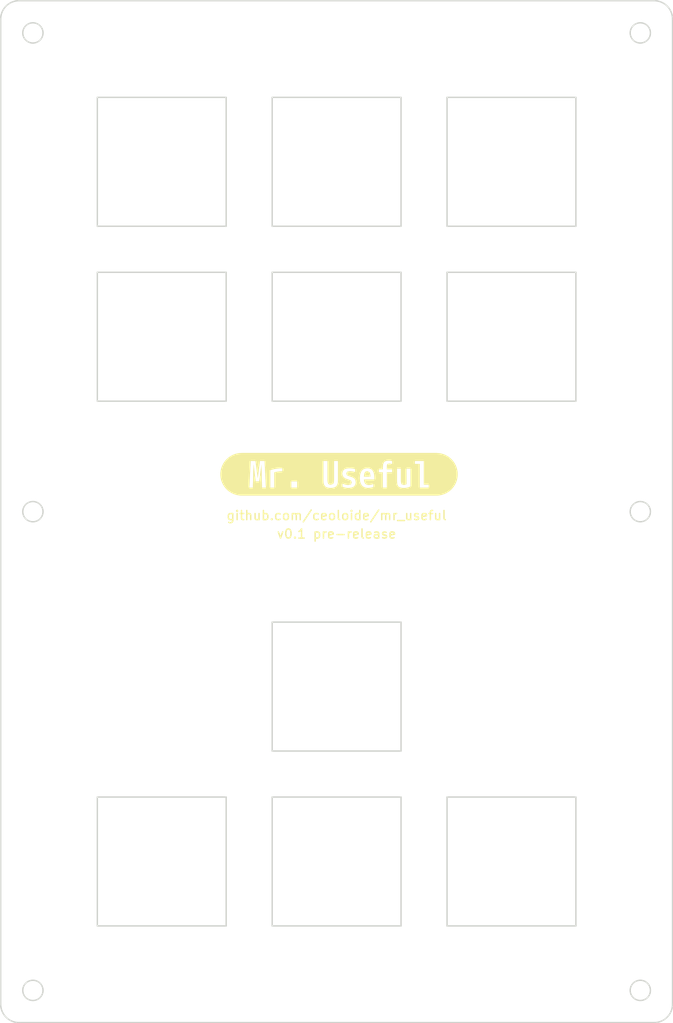
<source format=kicad_pcb>


(kicad_pcb
  (version 20240108)
  (generator "ergogen")
  (generator_version "4.1.0")
  (general
    (thickness 1.6)
    (legacy_teardrops no)
  )
  (paper "A3")
  (title_block
    (title "front_plate")
    (date "2024-11-14")
    (rev "0.1")
    (company "ceoloide")
  )

  (layers
    (0 "F.Cu" signal)
    (31 "B.Cu" signal)
    (32 "B.Adhes" user "B.Adhesive")
    (33 "F.Adhes" user "F.Adhesive")
    (34 "B.Paste" user)
    (35 "F.Paste" user)
    (36 "B.SilkS" user "B.Silkscreen")
    (37 "F.SilkS" user "F.Silkscreen")
    (38 "B.Mask" user)
    (39 "F.Mask" user)
    (40 "Dwgs.User" user "User.Drawings")
    (41 "Cmts.User" user "User.Comments")
    (42 "Eco1.User" user "User.Eco1")
    (43 "Eco2.User" user "User.Eco2")
    (44 "Edge.Cuts" user)
    (45 "Margin" user)
    (46 "B.CrtYd" user "B.Courtyard")
    (47 "F.CrtYd" user "F.Courtyard")
    (48 "B.Fab" user)
    (49 "F.Fab" user)
  )

  (setup
    (pad_to_mask_clearance 0.05)
    (allow_soldermask_bridges_in_footprints no)
    (pcbplotparams
      (layerselection 0x00010fc_ffffffff)
      (plot_on_all_layers_selection 0x0000000_00000000)
      (disableapertmacros no)
      (usegerberextensions no)
      (usegerberattributes yes)
      (usegerberadvancedattributes yes)
      (creategerberjobfile yes)
      (dashed_line_dash_ratio 12.000000)
      (dashed_line_gap_ratio 3.000000)
      (svgprecision 4)
      (plotframeref no)
      (viasonmask no)
      (mode 1)
      (useauxorigin no)
      (hpglpennumber 1)
      (hpglpenspeed 20)
      (hpglpendiameter 15.000000)
      (pdf_front_fp_property_popups yes)
      (pdf_back_fp_property_popups yes)
      (dxfpolygonmode yes)
      (dxfimperialunits yes)
      (dxfusepcbnewfont yes)
      (psnegative no)
      (psa4output no)
      (plotreference yes)
      (plotvalue yes)
      (plotfptext yes)
      (plotinvisibletext no)
      (sketchpadsonfab no)
      (subtractmaskfromsilk no)
      (outputformat 1)
      (mirror no)
      (drillshape 1)
      (scaleselection 1)
      (outputdirectory "")
    )
  )

  (net 0 "")

  
    (module "logo_mr_useful" (layer "F.Cu")
      (at 79 87 0)
      (fp_text reference "LOGO1" (at 0 0) (layer F.SilkS) hide (effects (font (size 1.27 1.27) (thickness 0.15))))
      (fp_text value "" (at 0 0) (layer F.SilkS) hide (effects (font (size 1.27 1.27) (thickness 0.15))))
      (fp_text user "github.com/ceoloide/mr_useful" (at 0 1) (layer "F.SilkS")
          (effects (font (size 1 1) (thickness 0.153)) (justify bottom))
      )
      (fp_text user "v0.1 pre-release" (at 0 3) (layer "F.SilkS")
          (effects (font (size 1 1) (thickness 0.153)) (justify bottom))
      )
      (fp_poly
        (pts
          (xy 2.972094 -3.801687)
          (xy 3.678531 -3.801687)
          (xy 3.654719 -4.079996)
          (xy 3.591219 -4.264047)
          (xy 3.341188 -4.400969)
          (xy 3.185414 -4.368226)
          (xy 3.075281 -4.27)
          (xy 3.005828 -4.087437)
          (xy 2.972094 -3.801687)
        )
        (layer F.SilkS) (width  0.01))
      (fp_poly
        (pts
          (xy -9.485812 -6.37476)
          (xy -10.312635 -6.37476)
          (xy -10.539555 -6.363612)
          (xy -10.76429 -6.330276)
          (xy -10.984675 -6.275073)
          (xy -11.198587 -6.198533)
          (xy -11.403968 -6.101396)
          (xy -11.598838 -5.984595)
          (xy -11.781322 -5.849256)
          (xy -11.949661 -5.696682)
          (xy -12.102235 -5.528343)
          (xy -12.237574 -5.345859)
          (xy -12.354375 -5.150989)
          (xy -12.451513 -4.945608)
          (xy -12.528052 -4.731695)
          (xy -12.583255 -4.51131)
          (xy -12.616592 -4.286576)
          (xy -12.627739 -4.059656)
          (xy -12.616592 -3.832736)
          (xy -12.583255 -3.608002)
          (xy -12.528052 -3.387617)
          (xy -12.451513 -3.173704)
          (xy -12.354375 -2.968323)
          (xy -12.237574 -2.773453)
          (xy -12.102235 -2.590969)
          (xy -11.949661 -2.42263)
          (xy -11.781322 -2.270056)
          (xy -11.598838 -2.134717)
          (xy -11.403968 -2.017916)
          (xy -11.198587 -1.920779)
          (xy -10.984675 -1.844239)
          (xy -10.76429 -1.789036)
          (xy -10.539555 -1.7557)
          (xy -10.312635 -1.744552)
          (xy -9.485812 -1.744552)
          (xy -9.096875 -1.744552)
          (xy -9.096875 -2.611062)
          (xy -9.485812 -2.611062)
          (xy -9.335 -5.50825)
          (xy -8.815094 -5.50825)
          (xy -8.573 -3.662781)
          (xy -8.565062 -3.662781)
          (xy -8.326937 -5.50825)
          (xy -7.826875 -5.50825)
          (xy -7.680031 -2.611062)
          (xy -8.104687 -2.611062)
          (xy -8.164219 -5.071687)
          (xy -8.168187 -5.071687)
          (xy -8.41425 -3.28575)
          (xy -8.791281 -3.28575)
          (xy -9.0175 -5.071687)
          (xy -9.029406 -5.071687)
          (xy -9.096875 -2.611062)
          (xy -9.096875 -1.744552)
          (xy -6.767219 -1.744552)
          (xy -6.767219 -2.611062)
          (xy -7.203781 -2.611062)
          (xy -7.203781 -4.508125)
          (xy -6.950734 -4.58242)
          (xy -6.693241 -4.640205)
          (xy -6.431304 -4.68148)
          (xy -6.164921 -4.706245)
          (xy -5.894094 -4.7145)
          (xy -5.894094 -4.385094)
          (xy -6.197924 -4.372305)
          (xy -6.490288 -4.333941)
          (xy -6.771187 -4.27)
          (xy -6.767219 -2.611062)
          (xy -6.767219 -1.744552)
          (xy -4.92175 -1.744552)
          (xy -4.92175 -2.611062)
          (xy -4.92175 -3.28575)
          (xy -4.28675 -3.28575)
          (xy -4.28675 -2.611062)
          (xy -4.92175 -2.611062)
          (xy -4.92175 -1.744552)
          (xy -0.643437 -1.744552)
          (xy -0.643437 -2.571375)
          (xy -0.899863 -2.591659)
          (xy -1.10293 -2.652514)
          (xy -1.252641 -2.753937)
          (xy -1.355167 -2.902986)
          (xy -1.416682 -3.106715)
          (xy -1.437187 -3.365125)
          (xy -1.437187 -5.50825)
          (xy -0.988719 -5.50825)
          (xy -0.988719 -3.4445)
          (xy -0.968875 -3.187523)
          (xy -0.909344 -3.027781)
          (xy -0.801195 -2.944437)
          (xy -0.6355 -2.916656)
          (xy -0.361656 -3.025797)
          (xy -0.302125 -3.185043)
          (xy -0.282281 -3.4445)
          (xy -0.282281 -5.50825)
          (xy 0.150313 -5.50825)
          (xy 0.150313 -3.365125)
          (xy 0.129807 -3.106715)
          (xy 0.068292 -2.902986)
          (xy -0.034234 -2.753937)
          (xy -0.183944 -2.652514)
          (xy -0.387012 -2.591659)
          (xy -0.643437 -2.571375)
          (xy -0.643437 -1.744552)
          (xy 1.317125 -1.744552)
          (xy 1.317125 -2.571375)
          (xy 1.073708 -2.585486)
          (xy 0.846167 -2.627819)
          (xy 0.6345 -2.698375)
          (xy 0.6345 -3.047625)
          (xy 0.951008 -2.931539)
          (xy 1.249656 -2.892843)
          (xy 1.551281 -2.958328)
          (xy 1.642563 -3.166687)
          (xy 1.571125 -3.365125)
          (xy 1.309188 -3.484187)
          (xy 0.986727 -3.593824)
          (xy 0.773406 -3.732234)
          (xy 0.654344 -3.910332)
          (xy 0.614656 -4.139031)
          (xy 0.661289 -4.384597)
          (xy 0.801188 -4.565672)
          (xy 1.033359 -4.677293)
          (xy 1.356813 -4.7145)
          (xy 1.588764 -4.704798)
          (xy 1.808368 -4.675694)
          (xy 2.015625 -4.627187)
          (xy 2.015625 -4.297781)
          (xy 1.698125 -4.372195)
          (xy 1.3965 -4.397)
          (xy 1.137539 -4.332508)
          (xy 1.051219 -4.139031)
          (xy 1.120672 -3.960437)
          (xy 1.356813 -3.849312)
          (xy 1.710527 -3.738187)
          (xy 1.930297 -3.60325)
          (xy 2.044895 -3.420687)
          (xy 2.083094 -3.166687)
          (xy 2.032988 -2.913679)
          (xy 1.882672 -2.726156)
          (xy 1.641074 -2.61007)
          (xy 1.317125 -2.571375)
          (xy 1.317125 -1.744552)
          (xy 3.432469 -1.744552)
          (xy 3.432469 -2.571375)
          (xy 3.153554 -2.60114)
          (xy 2.925351 -2.690437)
          (xy 2.747859 -2.839265)
          (xy 2.62108 -3.047625)
          (xy 2.545012 -3.315515)
          (xy 2.519656 -3.642937)
          (xy 2.542807 -3.970359)
          (xy 2.612261 -4.23825)
          (xy 2.728016 -4.446609)
          (xy 2.890073 -4.595437)
          (xy 3.098432 -4.684734)
          (xy 3.353094 -4.7145)
          (xy 3.585486 -4.686498)
          (xy 3.774663 -4.602493)
          (xy 3.920625 -4.462484)
          (xy 4.024254 -4.260298)
          (xy 4.086431 -3.989762)
          (xy 4.107156 -3.650875)
          (xy 4.099219 -3.492125)
          (xy 2.972094 -3.492125)
          (xy 3.018231 -3.213816)
          (xy 3.116953 -3.029765)
          (xy 3.271238 -2.927074)
          (xy 3.484063 -2.892843)
          (xy 3.728141 -2.919633)
          (xy 4 -3)
          (xy 4 -2.670593)
          (xy 3.709289 -2.596179)
          (xy 3.432469 -2.571375)
          (xy 3.432469 -1.744552)
          (xy 5.456531 -1.744552)
          (xy 5.456531 -2.611062)
          (xy 5.019969 -2.611062)
          (xy 5.019969 -4.273969)
          (xy 4.583406 -4.273969)
          (xy 4.583406 -4.595437)
          (xy 5.019969 -4.595437)
          (xy 5.019969 -4.825625)
          (xy 5.054695 -5.168922)
          (xy 5.158875 -5.389187)
          (xy 5.347391 -5.50825)
          (xy 5.635125 -5.547937)
          (xy 5.843484 -5.536031)
          (xy 6.032 -5.500312)
          (xy 6.032 -5.174875)
          (xy 5.722438 -5.230437)
          (xy 5.547813 -5.198687)
          (xy 5.476375 -5.065734)
          (xy 5.461492 -4.929308)
          (xy 5.456531 -4.722437)
          (xy 5.456531 -4.595437)
          (xy 6.032 -4.595437)
          (xy 6.032 -4.273969)
          (xy 5.456531 -4.273969)
          (xy 5.456531 -2.611062)
          (xy 5.456531 -1.744552)
          (xy 7.33375 -1.744552)
          (xy 7.33375 -2.571375)
          (xy 7.066521 -2.587691)
          (xy 6.862792 -2.636639)
          (xy 6.722563 -2.718218)
          (xy 6.600524 -2.928562)
          (xy 6.559844 -3.265906)
          (xy 6.559844 -4.674812)
          (xy 6.9845 -4.674812)
          (xy 6.9845 -3.265906)
          (xy 7.057922 -2.974203)
          (xy 7.325813 -2.896812)
          (xy 7.595688 -2.976187)
          (xy 7.591719 -4.674812)
          (xy 8.028281 -4.674812)
          (xy 8.028281 -2.738062)
          (xy 7.820583 -2.645458)
          (xy 7.589073 -2.589896)
          (xy 7.33375 -2.571375)
          (xy 7.33375 -1.744552)
          (xy 10.012656 -1.744552)
          (xy 10.012656 -2.611062)
          (xy 9.036344 -2.611062)
          (xy 9.036344 -5.186781)
          (xy 8.504531 -5.186781)
          (xy 8.504531 -5.50825)
          (xy 9.480844 -5.50825)
          (xy 9.480844 -2.932531)
          (xy 10.012656 -2.932531)
          (xy 10.012656 -2.611062)
          (xy 10.012656 -1.744552)
          (xy 10.839479 -1.744552)
          (xy 11.066399 -1.7557)
          (xy 11.291134 -1.789036)
          (xy 11.511519 -1.844239)
          (xy 11.725431 -1.920779)
          (xy 11.930812 -2.017916)
          (xy 12.125682 -2.134717)
          (xy 12.308166 -2.270056)
          (xy 12.476505 -2.42263)
          (xy 12.629079 -2.590969)
          (xy 12.764418 -2.773453)
          (xy 12.881219 -2.968323)
          (xy 12.978357 -3.173704)
          (xy 13.054896 -3.387617)
          (xy 13.110099 -3.608002)
          (xy 13.143436 -3.832736)
          (xy 13.154583 -4.059656)
          (xy 13.143436 -4.286576)
          (xy 13.110099 -4.51131)
          (xy 13.054896 -4.731695)
          (xy 12.978357 -4.945608)
          (xy 12.881219 -5.150989)
          (xy 12.764418 -5.345859)
          (xy 12.629079 -5.528343)
          (xy 12.476505 -5.696682)
          (xy 12.308166 -5.849256)
          (xy 12.125682 -5.984595)
          (xy 11.930812 -6.101396)
          (xy 11.725431 -6.198533)
          (xy 11.511519 -6.275073)
          (xy 11.291134 -6.330276)
          (xy 11.066399 -6.363612)
          (xy 10.839479 -6.37476)
          (xy 10.012656 -6.37476)
          (xy -9.485812 -6.37476)
        )
        (layer F.SilkS) (width  0.01))
    )
      
  (gr_line (start 44.5 142.5) (end 113.5 142.5) (layer Edge.Cuts) (stroke (width 0.15) (type default)))
(gr_line (start 115.5 140.5) (end 115.5 33.5) (layer Edge.Cuts) (stroke (width 0.15) (type default)))
(gr_line (start 44.5 31.5) (end 113.5 31.5) (layer Edge.Cuts) (stroke (width 0.15) (type default)))
(gr_line (start 42.5 140.5) (end 42.5 33.5) (layer Edge.Cuts) (stroke (width 0.15) (type default)))
(gr_arc (start 113.5 142.5) (mid 114.9142136 141.9142136) (end 115.5 140.5) (layer Edge.Cuts) (stroke (width 0.15) (type default)))
(gr_arc (start 115.5 33.5) (mid 114.9142136 32.0857864) (end 113.5 31.5) (layer Edge.Cuts) (stroke (width 0.15) (type default)))
(gr_arc (start 44.5 31.5) (mid 43.0857864 32.0857864) (end 42.5 33.5) (layer Edge.Cuts) (stroke (width 0.15) (type default)))
(gr_arc (start 42.5 140.5) (mid 43.0857864 141.9142136) (end 44.5 142.5) (layer Edge.Cuts) (stroke (width 0.15) (type default)))
(gr_line (start 53 132) (end 67 132) (layer Edge.Cuts) (stroke (width 0.15) (type default)))
(gr_line (start 67 132) (end 67 118) (layer Edge.Cuts) (stroke (width 0.15) (type default)))
(gr_line (start 67 118) (end 53 118) (layer Edge.Cuts) (stroke (width 0.15) (type default)))
(gr_line (start 53 118) (end 53 132) (layer Edge.Cuts) (stroke (width 0.15) (type default)))
(gr_line (start 72 132) (end 86 132) (layer Edge.Cuts) (stroke (width 0.15) (type default)))
(gr_line (start 86 132) (end 86 118) (layer Edge.Cuts) (stroke (width 0.15) (type default)))
(gr_line (start 86 118) (end 72 118) (layer Edge.Cuts) (stroke (width 0.15) (type default)))
(gr_line (start 72 118) (end 72 132) (layer Edge.Cuts) (stroke (width 0.15) (type default)))
(gr_line (start 72 113) (end 86 113) (layer Edge.Cuts) (stroke (width 0.15) (type default)))
(gr_line (start 86 113) (end 86 99) (layer Edge.Cuts) (stroke (width 0.15) (type default)))
(gr_line (start 86 99) (end 72 99) (layer Edge.Cuts) (stroke (width 0.15) (type default)))
(gr_line (start 72 99) (end 72 113) (layer Edge.Cuts) (stroke (width 0.15) (type default)))
(gr_line (start 91 132) (end 105 132) (layer Edge.Cuts) (stroke (width 0.15) (type default)))
(gr_line (start 105 132) (end 105 118) (layer Edge.Cuts) (stroke (width 0.15) (type default)))
(gr_line (start 105 118) (end 91 118) (layer Edge.Cuts) (stroke (width 0.15) (type default)))
(gr_line (start 91 118) (end 91 132) (layer Edge.Cuts) (stroke (width 0.15) (type default)))
(gr_line (start 53 75) (end 67 75) (layer Edge.Cuts) (stroke (width 0.15) (type default)))
(gr_line (start 67 75) (end 67 61) (layer Edge.Cuts) (stroke (width 0.15) (type default)))
(gr_line (start 67 61) (end 53 61) (layer Edge.Cuts) (stroke (width 0.15) (type default)))
(gr_line (start 53 61) (end 53 75) (layer Edge.Cuts) (stroke (width 0.15) (type default)))
(gr_line (start 53 56) (end 67 56) (layer Edge.Cuts) (stroke (width 0.15) (type default)))
(gr_line (start 67 56) (end 67 42) (layer Edge.Cuts) (stroke (width 0.15) (type default)))
(gr_line (start 67 42) (end 53 42) (layer Edge.Cuts) (stroke (width 0.15) (type default)))
(gr_line (start 53 42) (end 53 56) (layer Edge.Cuts) (stroke (width 0.15) (type default)))
(gr_line (start 72 75) (end 86 75) (layer Edge.Cuts) (stroke (width 0.15) (type default)))
(gr_line (start 86 75) (end 86 61) (layer Edge.Cuts) (stroke (width 0.15) (type default)))
(gr_line (start 86 61) (end 72 61) (layer Edge.Cuts) (stroke (width 0.15) (type default)))
(gr_line (start 72 61) (end 72 75) (layer Edge.Cuts) (stroke (width 0.15) (type default)))
(gr_line (start 72 56) (end 86 56) (layer Edge.Cuts) (stroke (width 0.15) (type default)))
(gr_line (start 86 56) (end 86 42) (layer Edge.Cuts) (stroke (width 0.15) (type default)))
(gr_line (start 86 42) (end 72 42) (layer Edge.Cuts) (stroke (width 0.15) (type default)))
(gr_line (start 72 42) (end 72 56) (layer Edge.Cuts) (stroke (width 0.15) (type default)))
(gr_line (start 91 75) (end 105 75) (layer Edge.Cuts) (stroke (width 0.15) (type default)))
(gr_line (start 105 75) (end 105 61) (layer Edge.Cuts) (stroke (width 0.15) (type default)))
(gr_line (start 105 61) (end 91 61) (layer Edge.Cuts) (stroke (width 0.15) (type default)))
(gr_line (start 91 61) (end 91 75) (layer Edge.Cuts) (stroke (width 0.15) (type default)))
(gr_line (start 91 56) (end 105 56) (layer Edge.Cuts) (stroke (width 0.15) (type default)))
(gr_line (start 105 56) (end 105 42) (layer Edge.Cuts) (stroke (width 0.15) (type default)))
(gr_line (start 105 42) (end 91 42) (layer Edge.Cuts) (stroke (width 0.15) (type default)))
(gr_line (start 91 42) (end 91 56) (layer Edge.Cuts) (stroke (width 0.15) (type default)))
(gr_circle (center 46 35) (end 47.1 35) (layer Edge.Cuts) (stroke (width 0.15) (type default)) (fill none))
(gr_circle (center 112 35) (end 113.1 35) (layer Edge.Cuts) (stroke (width 0.15) (type default)) (fill none))
(gr_circle (center 46 87) (end 47.1 87) (layer Edge.Cuts) (stroke (width 0.15) (type default)) (fill none))
(gr_circle (center 112 87) (end 113.1 87) (layer Edge.Cuts) (stroke (width 0.15) (type default)) (fill none))
(gr_circle (center 46 139) (end 47.1 139) (layer Edge.Cuts) (stroke (width 0.15) (type default)) (fill none))
(gr_circle (center 112 139) (end 113.1 139) (layer Edge.Cuts) (stroke (width 0.15) (type default)) (fill none))

)


</source>
